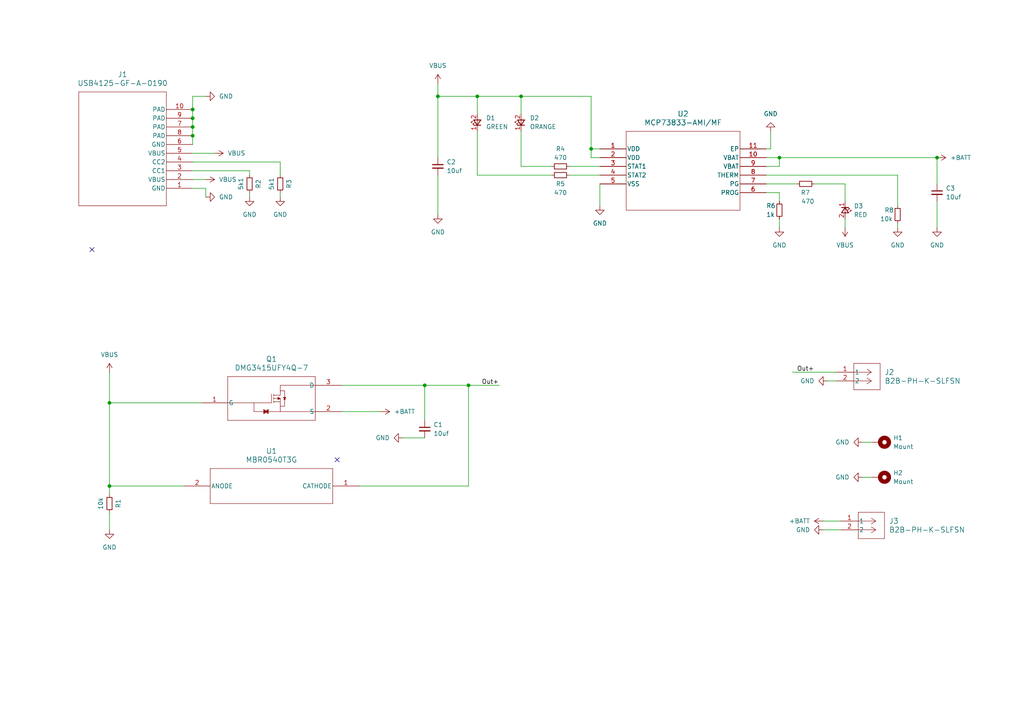
<source format=kicad_sch>
(kicad_sch (version 20230121) (generator eeschema)
  (paper "A4")
  (lib_symbols
    (symbol "AMU-Connectors:USB4125-GF-A-0190" (pin_names (offset 0.254))
      (property "Reference" "J" (at 20.32 10.16 0))
      (property "Value" "USB4125-GF-A-0190" (at 20.32 7.62 0))
      (symbol "USB4125-GF-A-0190_0_1"
        (polyline (pts (xy 7.62 -27.94) (xy 33.02 -27.94)) (stroke (width 0.127)))
        (polyline (pts (xy 7.62 5.08) (xy 7.62 -27.94)) (stroke (width 0.127)))
        (polyline (pts (xy 33.02 -27.94) (xy 33.02 5.08)) (stroke (width 0.127)))
        (polyline (pts (xy 33.02 5.08) (xy 7.62 5.08)) (stroke (width 0.127)))
      )
      (symbol "USB4125-GF-A-0190_1_1"
        (pin power_in line (at 0 0 0) (length 7.62) (name "GND") (number "1"))
        (pin power_in line (at 0 -22.86 0) (length 7.62) (name "PAD") (number "10"))
        (pin power_in line (at 0 -2.54 0) (length 7.62) (name "VBUS") (number "2"))
        (pin open_emitter line (at 0 -5.08 0) (length 7.62) (name "CC1") (number "3"))
        (pin open_emitter line (at 0 -7.62 0) (length 7.62) (name "CC2") (number "4"))
        (pin power_in line (at 0 -10.16 0) (length 7.62) (name "VBUS") (number "5"))
        (pin power_in line (at 0 -12.7 0) (length 7.62) (name "GND") (number "6"))
        (pin power_in line (at 0 -17.78 0) (length 7.62) (name "PAD") (number "7"))
        (pin power_in line (at 0 -15.24 0) (length 7.62) (name "PAD") (number "8"))
        (pin power_in line (at 0 -20.32 0) (length 7.62) (name "PAD") (number "9"))
      )
    )
    (symbol "AMU-Diodes:MBR0540T3G" (pin_names (offset 0.254))
      (property "Reference" "U" (at 25.4 10.16 0))
      (property "Value" "MBR0540T3G" (at 25.4 7.62 0))
      (symbol "MBR0540T3G_0_1"
        (polyline (pts (xy 7.62 -5.08) (xy 43.18 -5.08)) (stroke (width 0.127)))
        (polyline (pts (xy 7.62 5.08) (xy 7.62 -5.08)) (stroke (width 0.127)))
        (polyline (pts (xy 43.18 -5.08) (xy 43.18 5.08)) (stroke (width 0.127)))
        (polyline (pts (xy 43.18 5.08) (xy 7.62 5.08)) (stroke (width 0.127)))
        (pin unspecified line (at 0 0 0) (length 7.62) (name "CATHODE") (number "1"))
        (pin unspecified line (at 50.8 0 180) (length 7.62) (name "ANODE") (number "2"))
      )
    )
    (symbol "AMU-Other:DMG3415UFY4Q-7" (pin_names (offset 0.254))
      (property "Reference" "Q" (at 20.32 12.7 0))
      (property "Value" "DMG3415UFY4Q-7" (at 20.32 10.16 0))
      (symbol "DMG3415UFY4Q-7_0_1"
        (polyline (pts (xy 7.62 -5.08) (xy 33.02 -5.08)) (stroke (width 0.127)))
        (polyline (pts (xy 7.62 7.62) (xy 7.62 -5.08)) (stroke (width 0.127)))
        (polyline (pts (xy 15.24 -2.54) (xy 33.02 -2.54)) (stroke (width 0.127)))
        (polyline (pts (xy 15.24 0) (xy 15.24 -2.54)) (stroke (width 0.127)))
        (polyline (pts (xy 18.0975 -1.905) (xy 18.0975 -3.175)) (stroke (width 0.127)))
        (polyline (pts (xy 18.0975 -1.905) (xy 19.3675 -3.175)) (stroke (width 0.127)))
        (polyline (pts (xy 18.7325 -1.905) (xy 18.7325 -3.175)) (stroke (width 0.127)))
        (polyline (pts (xy 19.3675 -3.175) (xy 19.3675 -1.905)) (stroke (width 0.127)))
        (polyline (pts (xy 19.3675 -1.905) (xy 18.0975 -3.175)) (stroke (width 0.127)))
        (polyline (pts (xy 20.32 0) (xy 7.62 0)) (stroke (width 0.127)))
        (polyline (pts (xy 20.32 2.54) (xy 20.32 0)) (stroke (width 0.127)))
        (polyline (pts (xy 20.955 0.3175) (xy 22.86 0.3175)) (stroke (width 0.127)))
        (polyline (pts (xy 20.955 0.635) (xy 20.955 0)) (stroke (width 0.127)))
        (polyline (pts (xy 20.955 1.27) (xy 22.86 1.27)) (stroke (width 0.127)))
        (polyline (pts (xy 20.955 1.5875) (xy 20.955 0.9525)) (stroke (width 0.127)))
        (polyline (pts (xy 20.955 2.2225) (xy 22.86 2.2225)) (stroke (width 0.127)))
        (polyline (pts (xy 20.955 2.54) (xy 20.955 1.905)) (stroke (width 0.127)))
        (polyline (pts (xy 22.225 0.9525) (xy 22.86 1.27)) (stroke (width 0.127)))
        (polyline (pts (xy 22.225 1.5875) (xy 22.225 0.9525)) (stroke (width 0.127)))
        (polyline (pts (xy 22.86 -0.9525) (xy 24.13 -0.9525)) (stroke (width 0.127)))
        (polyline (pts (xy 22.86 1.27) (xy 22.225 1.5875)) (stroke (width 0.127)))
        (polyline (pts (xy 22.86 1.27) (xy 22.86 -2.54)) (stroke (width 0.127)))
        (polyline (pts (xy 22.86 3.4925) (xy 24.13 3.4925)) (stroke (width 0.127)))
        (polyline (pts (xy 22.86 5.08) (xy 22.86 2.2225)) (stroke (width 0.127)))
        (polyline (pts (xy 23.8125 0.9525) (xy 24.4475 0.9525)) (stroke (width 0.127)))
        (polyline (pts (xy 23.8125 1.5875) (xy 24.4475 1.5875)) (stroke (width 0.127)))
        (polyline (pts (xy 24.13 0.9525) (xy 23.8125 1.5875)) (stroke (width 0.127)))
        (polyline (pts (xy 24.13 3.4925) (xy 24.13 -0.9525)) (stroke (width 0.127)))
        (polyline (pts (xy 24.4475 1.5875) (xy 24.13 0.9525)) (stroke (width 0.127)))
        (polyline (pts (xy 33.02 -5.08) (xy 33.02 7.62)) (stroke (width 0.127)))
        (polyline (pts (xy 33.02 5.08) (xy 22.86 5.08)) (stroke (width 0.127)))
        (polyline (pts (xy 33.02 7.62) (xy 7.62 7.62)) (stroke (width 0.127)))
        (polyline (pts (xy 22.225 1.5875) (xy 22.225 0.9525) (xy 22.86 1.27)) (fill (type outline)))
        (polyline (pts (xy 23.8125 1.5875) (xy 24.4475 1.5875) (xy 24.13 0.9525)) (fill (type outline)))
        (polyline (pts (xy 18.0975 -1.905) (xy 18.0975 -3.175) (xy 19.3675 -1.905) (xy 19.3675 -3.175)) (fill (type outline)))
        (pin unspecified line (at 0 0 0) (length 7.62) (name "G") (number "1"))
        (pin unspecified line (at 40.64 -2.54 180) (length 7.62) (name "S") (number "2"))
        (pin unspecified line (at 40.64 5.08 180) (length 7.62) (name "D") (number "3"))
      )
    )
    (symbol "AMU-Other:MCP73833-AMI_MF" (pin_names (offset 0.254))
      (property "Reference" "U" (at 24.13 10.16 0))
      (property "Value" "MCP73833-AMI/MF" (at 24.13 7.62 0))
      (symbol "MCP73833-AMI_MF_0_1"
        (polyline (pts (xy 7.62 -17.78) (xy 40.64 -17.78)) (stroke (width 0.127)))
        (polyline (pts (xy 7.62 5.08) (xy 7.62 -17.78)) (stroke (width 0.127)))
        (polyline (pts (xy 40.64 -17.78) (xy 40.64 5.08)) (stroke (width 0.127)))
        (polyline (pts (xy 40.64 5.08) (xy 7.62 5.08)) (stroke (width 0.127)))
      )
      (symbol "MCP73833-AMI_MF_1_1"
        (pin power_in line (at 0 0 0) (length 7.62) (name "VDD") (number "1"))
        (pin power_out line (at 48.26 -2.54 180) (length 7.62) (name "VBAT") (number "10"))
        (pin unspecified line (at 48.26 0 180) (length 7.62) (name "EP") (number "11"))
        (pin power_in line (at 0 -2.54 0) (length 7.62) (name "VDD") (number "2"))
        (pin open_collector line (at 0 -5.08 0) (length 7.62) (name "STAT1") (number "3"))
        (pin open_collector line (at 0 -7.62 0) (length 7.62) (name "STAT2") (number "4"))
        (pin unspecified line (at 0 -10.16 0) (length 7.62) (name "VSS") (number "5"))
        (pin open_emitter line (at 48.26 -12.7 180) (length 7.62) (name "PROG") (number "6"))
        (pin open_emitter line (at 48.26 -10.16 180) (length 7.62) (name "PG") (number "7"))
        (pin input line (at 48.26 -7.62 180) (length 7.62) (name "THERM") (number "8"))
        (pin power_out line (at 48.26 -5.08 180) (length 7.62) (name "VBAT") (number "9"))
      )
    )
    (symbol "Device:C_Small" (pin_numbers hide) (pin_names (offset 0.254) hide)
      (property "Reference" "C" (at 0.254 1.778 0))
      (property "Value" "C_Small" (at 0.254 -2.032 0))
      (symbol "C_Small_0_1"
        (polyline (pts (xy -1.524 -0.508) (xy 1.524 -0.508)) (stroke (width 0.3302)))
        (polyline (pts (xy -1.524 0.508) (xy 1.524 0.508)) (stroke (width 0.3048)))
      )
      (symbol "C_Small_1_1"
        (pin passive line (at 0 2.54 270) (length 2.032) (name "~") (number "1"))
        (pin passive line (at 0 -2.54 90) (length 2.032) (name "~") (number "2"))
      )
    )
    (symbol "Device:LED_Small" (pin_names (offset 0.254) hide)
      (property "Reference" "D" (at -1.27 3.175 0))
      (property "Value" "LED_Small" (at -4.445 -2.54 0))
      (symbol "LED_Small_0_1"
        (polyline (pts (xy -0.762 -1.016) (xy -0.762 1.016)) (stroke (width 0.254)))
        (polyline (pts (xy 1.016 0) (xy -0.762 0)))
        (polyline (pts (xy 0.762 -1.016) (xy -0.762 0) (xy 0.762 1.016) (xy 0.762 -1.016)) (stroke (width 0.254)))
        (polyline (pts (xy 0 0.762) (xy -0.508 1.27) (xy -0.254 1.27) (xy -0.508 1.27) (xy -0.508 1.016)))
        (polyline (pts (xy 0.508 1.27) (xy 0 1.778) (xy 0.254 1.778) (xy 0 1.778) (xy 0 1.524)))
      )
      (symbol "LED_Small_1_1"
        (pin passive line (at -2.54 0 0) (length 1.778) (name "K") (number "1"))
        (pin passive line (at 2.54 0 180) (length 1.778) (name "A") (number "2"))
      )
    )
    (symbol "Device:R_Small" (pin_numbers hide) (pin_names (offset 0.254) hide)
      (property "Reference" "R" (at 0.762 0.508 0))
      (property "Value" "R_Small" (at 0.762 -1.016 0))
      (symbol "R_Small_0_1"
        (rectangle (start -0.762 1.778) (end 0.762 -1.778) (stroke (width 0.2032)))
      )
      (symbol "R_Small_1_1"
        (pin passive line (at 0 2.54 270) (length 0.762) (name "~") (number "1"))
        (pin passive line (at 0 -2.54 90) (length 0.762) (name "~") (number "2"))
      )
    )
    (symbol "JST-PH2-2:B2B-PH-K-SLFSN" (pin_names (offset 0.254))
      (property "Reference" "J" (at 8.89 6.35 0))
      (property "Value" "B2B-PH-K-SLFSN" (at 0 0 0))
      (symbol "B2B-PH-K-SLFSN_1_1"
        (polyline (pts (xy 5.08 -5.08) (xy 12.7 -5.08)) (stroke (width 0.127)))
        (polyline (pts (xy 5.08 2.54) (xy 5.08 -5.08)) (stroke (width 0.127)))
        (polyline (pts (xy 10.16 -2.54) (xy 5.08 -2.54)) (stroke (width 0.127)))
        (polyline (pts (xy 10.16 -2.54) (xy 8.89 -3.3867)) (stroke (width 0.127)))
        (polyline (pts (xy 10.16 -2.54) (xy 8.89 -1.6933)) (stroke (width 0.127)))
        (polyline (pts (xy 10.16 0) (xy 5.08 0)) (stroke (width 0.127)))
        (polyline (pts (xy 10.16 0) (xy 8.89 -0.8467)) (stroke (width 0.127)))
        (polyline (pts (xy 10.16 0) (xy 8.89 0.8467)) (stroke (width 0.127)))
        (polyline (pts (xy 12.7 -5.08) (xy 12.7 2.54)) (stroke (width 0.127)))
        (polyline (pts (xy 12.7 2.54) (xy 5.08 2.54)) (stroke (width 0.127)))
        (pin unspecified line (at 0 0 0) (length 5.08) (name "1") (number "1"))
        (pin unspecified line (at 0 -2.54 0) (length 5.08) (name "2") (number "2"))
      )
      (symbol "B2B-PH-K-SLFSN_1_2"
        (polyline (pts (xy 5.08 -5.08) (xy 12.7 -5.08)) (stroke (width 0.127)))
        (polyline (pts (xy 5.08 2.54) (xy 5.08 -5.08)) (stroke (width 0.127)))
        (polyline (pts (xy 7.62 -2.54) (xy 5.08 -2.54)) (stroke (width 0.127)))
        (polyline (pts (xy 7.62 -2.54) (xy 8.89 -3.3867)) (stroke (width 0.127)))
        (polyline (pts (xy 7.62 -2.54) (xy 8.89 -1.6933)) (stroke (width 0.127)))
        (polyline (pts (xy 7.62 0) (xy 5.08 0)) (stroke (width 0.127)))
        (polyline (pts (xy 7.62 0) (xy 8.89 -0.8467)) (stroke (width 0.127)))
        (polyline (pts (xy 7.62 0) (xy 8.89 0.8467)) (stroke (width 0.127)))
        (polyline (pts (xy 12.7 -5.08) (xy 12.7 2.54)) (stroke (width 0.127)))
        (polyline (pts (xy 12.7 2.54) (xy 5.08 2.54)) (stroke (width 0.127)))
        (pin unspecified line (at 0 0 0) (length 5.08) (name "1") (number "1"))
        (pin unspecified line (at 0 -2.54 0) (length 5.08) (name "2") (number "2"))
      )
    )
    (symbol "Mechanical:MountingHole_Pad" (pin_numbers hide) (pin_names (offset 1.016) hide)
      (property "Reference" "H" (at 0 6.35 0))
      (property "Value" "MountingHole_Pad" (at 0 4.445 0))
      (symbol "MountingHole_Pad_0_1"
        (circle (center 0 1.27) (radius 1.27) (stroke (width 1.27)))
      )
      (symbol "MountingHole_Pad_1_1"
        (pin input line (at 0 -2.54 90) (length 2.54) (name "1") (number "1"))
      )
    )
    (symbol "power:+BATT" (power) (pin_names (offset 0))
      (property "Value" "+BATT" (at 0 3.556 0))
      (symbol "+BATT_0_1"
        (polyline (pts (xy -0.762 1.27) (xy 0 2.54)))
        (polyline (pts (xy 0 0) (xy 0 2.54)))
        (polyline (pts (xy 0 2.54) (xy 0.762 1.27)))
      )
      (symbol "+BATT_1_1"
        (pin power_in line (at 0 0 90) (length 0) hide (name "+BATT") (number "1"))
      )
    )
    (symbol "power:GND" (power) (pin_names (offset 0))
      (property "Value" "GND" (at 0 -3.81 0))
      (symbol "GND_0_1"
        (polyline (pts (xy 0 0) (xy 0 -1.27) (xy 1.27 -1.27) (xy 0 -2.54) (xy -1.27 -1.27) (xy 0 -1.27)))
      )
      (symbol "GND_1_1"
        (pin power_in line (at 0 0 270) (length 0) hide (name "GND") (number "1"))
      )
    )
    (symbol "power:VBUS" (power) (pin_names (offset 0))
      (property "Value" "VBUS" (at 0 3.81 0))
      (symbol "VBUS_0_1"
        (polyline (pts (xy -0.762 1.27) (xy 0 2.54)))
        (polyline (pts (xy 0 0) (xy 0 2.54)))
        (polyline (pts (xy 0 2.54) (xy 0.762 1.27)))
      )
      (symbol "VBUS_1_1"
        (pin power_in line (at 0 0 90) (length 0) hide (name "VBUS") (number "1"))
      )
    )
  )
  (junction (at 271.78 45.72))
  (junction (at 31.75 116.84))
  (junction (at 123.19 111.76))
  (junction (at 226.06 45.72))
  (junction (at 55.88 36.83))
  (junction (at 127 27.94))
  (junction (at 31.75 140.97))
  (junction (at 171.45 43.18))
  (junction (at 135.89 111.76))
  (junction (at 55.88 34.29))
  (junction (at 55.88 31.75))
  (junction (at 151.13 27.94))
  (junction (at 138.43 27.94))
  (junction (at 55.88 39.37))
  (no_connect (at 97.79 133.35))
  (no_connect (at 26.67 72.39))
  (wire (pts (xy 127 24.13) (xy 127 27.94)))
  (wire (pts (xy 226.06 55.88) (xy 226.06 58.42)))
  (wire (pts (xy 138.43 38.1) (xy 138.43 50.8)))
  (wire (pts (xy 238.76 153.67) (xy 243.84 153.67)))
  (wire (pts (xy 55.88 44.45) (xy 62.23 44.45)))
  (wire (pts (xy 55.88 34.29) (xy 55.88 31.75)))
  (wire (pts (xy 127 27.94) (xy 127 45.72)))
  (wire (pts (xy 138.43 27.94) (xy 127 27.94)))
  (wire (pts (xy 138.43 50.8) (xy 160.02 50.8)))
  (wire (pts (xy 31.75 140.97) (xy 31.75 143.51)))
  (wire (pts (xy 55.88 41.91) (xy 55.88 39.37)))
  (wire (pts (xy 171.45 27.94) (xy 151.13 27.94)))
  (wire (pts (xy 271.78 45.72) (xy 271.78 53.34)))
  (wire (pts (xy 250.19 138.43) (xy 252.73 138.43)))
  (wire (pts (xy 55.88 36.83) (xy 55.88 34.29)))
  (wire (pts (xy 222.25 53.34) (xy 231.14 53.34)))
  (wire (pts (xy 260.35 50.8) (xy 260.35 59.69)))
  (wire (pts (xy 72.39 49.53) (xy 72.39 50.8)))
  (wire (pts (xy 222.25 43.18) (xy 223.52 43.18)))
  (wire (pts (xy 81.28 55.88) (xy 81.28 57.15)))
  (wire (pts (xy 229.87 107.95) (xy 242.57 107.95)))
  (wire (pts (xy 31.75 116.84) (xy 58.42 116.84)))
  (wire (pts (xy 173.99 53.34) (xy 173.99 59.69)))
  (wire (pts (xy 236.22 53.34) (xy 245.11 53.34)))
  (wire (pts (xy 222.25 55.88) (xy 226.06 55.88)))
  (wire (pts (xy 31.75 140.97) (xy 53.34 140.97)))
  (wire (pts (xy 226.06 45.72) (xy 271.78 45.72)))
  (wire (pts (xy 31.75 116.84) (xy 31.75 140.97)))
  (wire (pts (xy 81.28 46.99) (xy 55.88 46.99)))
  (wire (pts (xy 55.88 52.07) (xy 59.69 52.07)))
  (wire (pts (xy 72.39 55.88) (xy 72.39 57.15)))
  (wire (pts (xy 160.02 48.26) (xy 151.13 48.26)))
  (wire (pts (xy 55.88 31.75) (xy 55.88 27.94)))
  (wire (pts (xy 127 50.8) (xy 127 62.23)))
  (wire (pts (xy 99.06 111.76) (xy 123.19 111.76)))
  (wire (pts (xy 31.75 148.59) (xy 31.75 153.67)))
  (wire (pts (xy 104.14 140.97) (xy 135.89 140.97)))
  (wire (pts (xy 151.13 27.94) (xy 138.43 27.94)))
  (wire (pts (xy 165.1 50.8) (xy 173.99 50.8)))
  (wire (pts (xy 245.11 63.5) (xy 245.11 66.04)))
  (wire (pts (xy 173.99 45.72) (xy 171.45 45.72)))
  (wire (pts (xy 238.76 151.13) (xy 243.84 151.13)))
  (wire (pts (xy 123.19 111.76) (xy 123.19 121.92)))
  (wire (pts (xy 151.13 27.94) (xy 151.13 33.02)))
  (wire (pts (xy 55.88 54.61) (xy 59.69 54.61)))
  (wire (pts (xy 222.25 50.8) (xy 260.35 50.8)))
  (wire (pts (xy 59.69 54.61) (xy 59.69 57.15)))
  (wire (pts (xy 55.88 27.94) (xy 59.69 27.94)))
  (wire (pts (xy 171.45 45.72) (xy 171.45 43.18)))
  (wire (pts (xy 171.45 43.18) (xy 173.99 43.18)))
  (wire (pts (xy 123.19 111.76) (xy 135.89 111.76)))
  (wire (pts (xy 222.25 48.26) (xy 226.06 48.26)))
  (wire (pts (xy 260.35 64.77) (xy 260.35 66.04)))
  (wire (pts (xy 55.88 39.37) (xy 55.88 36.83)))
  (wire (pts (xy 81.28 50.8) (xy 81.28 46.99)))
  (wire (pts (xy 226.06 63.5) (xy 226.06 66.04)))
  (wire (pts (xy 245.11 53.34) (xy 245.11 58.42)))
  (wire (pts (xy 138.43 27.94) (xy 138.43 33.02)))
  (wire (pts (xy 222.25 45.72) (xy 226.06 45.72)))
  (wire (pts (xy 116.84 127) (xy 123.19 127)))
  (wire (pts (xy 165.1 48.26) (xy 173.99 48.26)))
  (wire (pts (xy 55.88 49.53) (xy 72.39 49.53)))
  (wire (pts (xy 171.45 43.18) (xy 171.45 27.94)))
  (wire (pts (xy 151.13 38.1) (xy 151.13 48.26)))
  (wire (pts (xy 31.75 107.95) (xy 31.75 116.84)))
  (wire (pts (xy 135.89 111.76) (xy 144.78 111.76)))
  (wire (pts (xy 240.03 110.49) (xy 242.57 110.49)))
  (wire (pts (xy 99.06 119.38) (xy 110.49 119.38)))
  (wire (pts (xy 271.78 58.42) (xy 271.78 66.04)))
  (wire (pts (xy 223.52 43.18) (xy 223.52 38.1)))
  (wire (pts (xy 135.89 140.97) (xy 135.89 111.76)))
  (wire (pts (xy 226.06 48.26) (xy 226.06 45.72)))
  (wire (pts (xy 250.19 128.27) (xy 252.73 128.27)))
  (label "Out+" (at 231.14 107.95 0))
  (label "Out+" (at 139.7 111.76 0))
  (symbol (lib_id "Device:R_Small") (at 162.56 48.26 270) (unit 1)
    (property "Reference" "R4" (at 162.56 43.18 90))
    (property "Value" "470" (at 162.56 45.72 90))
    (property "Footprint" "AMU-Resistors:ERJ3G_PAN" (effects hide))
  )
  (symbol (lib_id "Device:LED_Small") (at 245.11 60.96 270) (unit 1)
    (property "Reference" "D3" (at 247.65 59.7535 90) (effects (justify left)))
    (property "Value" "RED" (at 247.65 62.2935 90) (effects (justify left)))
    (property "Footprint" "AMU-Diodes:Multicomp_SMD_LED_0603" (effects hide))
  )
  (symbol (lib_id "Device:R_Small") (at 233.68 53.34 90) (unit 1)
    (property "Reference" "R7" (at 234.95 55.88 90) (effects (justify left)))
    (property "Value" "470" (at 236.22 58.42 90) (effects (justify left)))
    (property "Footprint" "AMU-Resistors:ERJ3G_PAN" (effects hide))
  )
  (symbol (lib_id "power:GND") (at 240.03 110.49 270) (unit 1)
    (property "Reference" "#PWR018" (effects hide))
    (property "Value" "GND" (at 236.22 110.49 90) (effects (justify right)))
  )
  (symbol (lib_id "power:VBUS") (at 127 24.13 0) (unit 1)
    (property "Reference" "#PWR011" (effects hide))
    (property "Value" "VBUS" (at 127 19.05 0))
  )
  (symbol (lib_id "power:VBUS") (at 59.69 52.07 270) (unit 1)
    (property "Reference" "#PWR04" (effects hide))
    (property "Value" "VBUS" (at 63.5 52.07 90) (effects (justify left)))
  )
  (symbol (lib_id "power:GND") (at 260.35 66.04 0) (unit 1)
    (property "Reference" "#PWR022" (effects hide))
    (property "Value" "GND" (at 260.35 71.12 0))
  )
  (symbol (lib_id "Device:R_Small") (at 72.39 53.34 0) (unit 1)
    (property "Reference" "R2" (at 74.93 53.34 90))
    (property "Value" "5k1" (at 69.85 53.34 90))
    (property "Footprint" "AMU-Resistors:ERJ6G_PAN" (effects hide))
  )
  (symbol (lib_id "AMU-Other:DMG3415UFY4Q-7") (at 58.42 116.84 0) (unit 1)
    (property "Reference" "Q1" (at 78.74 104.14 0) (effects (font (size 1.524 1.524))))
    (property "Value" "DMG3415UFY4Q-7" (at 78.74 106.68 0) (effects (font (size 1.524 1.524))))
    (property "Footprint" "AMU-Other:TRANS_DMG3415UFY4Q-7_DIO" (effects hide))
    (property "Datasheet" "DMG3415UFY4Q-7" (effects hide))
  )
  (symbol (lib_id "Device:LED_Small") (at 151.13 35.56 90) (unit 1)
    (property "Reference" "D2" (at 153.67 34.2265 90) (effects (justify right)))
    (property "Value" "ORANGE" (at 153.67 36.7665 90) (effects (justify right)))
    (property "Footprint" "AMU-Diodes:Multicomp_SMD_LED_0603" (effects hide))
  )
  (symbol (lib_id "Device:C_Small") (at 123.19 124.46 0) (unit 1)
    (property "Reference" "C1" (at 125.73 123.1963 0) (effects (justify left)))
    (property "Value" "10uf" (at 125.73 125.7363 0) (effects (justify left)))
    (property "Footprint" "AMU-Capacitors:C0805" (effects hide))
  )
  (symbol (lib_id "power:VBUS") (at 62.23 44.45 270) (unit 1)
    (property "Reference" "#PWR06" (effects hide))
    (property "Value" "VBUS" (at 66.04 44.45 90) (effects (justify left)))
  )
  (symbol (lib_id "power:GND") (at 59.69 27.94 90) (unit 1)
    (property "Reference" "#PWR03" (effects hide))
    (property "Value" "GND" (at 63.5 27.94 90) (effects (justify right)))
  )
  (symbol (lib_id "Device:R_Small") (at 81.28 53.34 0) (unit 1)
    (property "Reference" "R3" (at 83.82 53.34 90))
    (property "Value" "5k1" (at 78.74 53.34 90))
    (property "Footprint" "AMU-Resistors:ERJ6G_PAN" (effects hide))
  )
  (symbol (lib_id "power:GND") (at 31.75 153.67 0) (unit 1)
    (property "Reference" "#PWR02" (effects hide))
    (property "Value" "GND" (at 31.75 158.75 0))
  )
  (symbol (lib_id "power:+BATT") (at 271.78 45.72 270) (unit 1)
    (property "Reference" "#PWR023" (effects hide))
    (property "Value" "+BATT" (at 275.59 45.72 90) (effects (justify left)))
  )
  (symbol (lib_id "power:GND") (at 250.19 128.27 270) (unit 1)
    (property "Reference" "#PWR020" (effects hide))
    (property "Value" "GND" (at 246.38 128.27 90) (effects (justify right)))
  )
  (symbol (lib_id "power:GND") (at 116.84 127 270) (unit 1)
    (property "Reference" "#PWR010" (effects hide))
    (property "Value" "GND" (at 113.03 127 90) (effects (justify right)))
  )
  (symbol (lib_id "AMU-Connectors:USB4125-GF-A-0190") (at 55.88 54.61 180) (unit 1)
    (property "Reference" "J1" (at 35.56 21.59 0) (effects (font (size 1.524 1.524))))
    (property "Value" "USB4125-GF-A-0190" (at 35.56 24.13 0) (effects (font (size 1.524 1.524))))
    (property "Footprint" "AMU-Connectors:CONN6_125-GF-A-0190_GCT" (effects hide))
    (property "Datasheet" "USB4125-GF-A-0190" (effects hide))
  )
  (symbol (lib_id "power:GND") (at 226.06 66.04 0) (unit 1)
    (property "Reference" "#PWR015" (effects hide))
    (property "Value" "GND" (at 226.06 71.12 0))
  )
  (symbol (lib_id "power:GND") (at 250.19 138.43 270) (unit 1)
    (property "Reference" "#PWR021" (effects hide))
    (property "Value" "GND" (at 246.38 138.43 90) (effects (justify right)))
  )
  (symbol (lib_id "AMU-Diodes:MBR0540T3G") (at 104.14 140.97 180) (unit 1)
    (property "Reference" "U1" (at 78.74 130.81 0) (effects (font (size 1.524 1.524))))
    (property "Value" "MBR0540T3G" (at 78.74 133.35 0) (effects (font (size 1.524 1.524))))
    (property "Footprint" "AMU-Diodes:SOD-123_ONS" (effects hide))
    (property "Datasheet" "MBR0540T3G" (effects hide))
  )
  (symbol (lib_id "JST-PH2-2:B2B-PH-K-SLFSN") (at 242.57 107.95 0) (unit 1)
    (property "Reference" "J2" (at 256.54 107.95 0) (effects (font (size 1.524 1.524)) (justify left)))
    (property "Value" "B2B-PH-K-SLFSN" (at 256.54 110.49 0) (effects (font (size 1.524 1.524)) (justify left)))
    (property "Footprint" "JST-PH2-2:CONN_B2B-PH-K-SLFSN_JST" (effects hide))
    (property "Datasheet" "B2B-PH-K-SLFSN" (effects hide))
  )
  (symbol (lib_id "power:GND") (at 173.99 59.69 0) (unit 1)
    (property "Reference" "#PWR013" (effects hide))
    (property "Value" "GND" (at 173.99 64.77 0))
  )
  (symbol (lib_id "AMU-Other:MCP73833-AMI_MF") (at 173.99 43.18 0) (unit 1)
    (property "Reference" "U2" (at 198.12 33.02 0) (effects (font (size 1.524 1.524))))
    (property "Value" "MCP73833-AMI/MF" (at 198.12 35.56 0) (effects (font (size 1.524 1.524))))
    (property "Footprint" "AMU-Other:DFN10_3x3MC_MCH" (effects hide))
    (property "Datasheet" "MCP73833-AMI/MF" (effects hide))
  )
  (symbol (lib_id "power:GND") (at 238.76 153.67 270) (unit 1)
    (property "Reference" "#PWR017" (effects hide))
    (property "Value" "GND" (at 234.95 153.67 90) (effects (justify right)))
  )
  (symbol (lib_id "power:VBUS") (at 245.11 66.04 180) (unit 1)
    (property "Reference" "#PWR019" (effects hide))
    (property "Value" "VBUS" (at 245.11 71.12 0))
  )
  (symbol (lib_id "Device:R_Small") (at 260.35 62.23 0) (unit 1)
    (property "Reference" "R8" (at 256.54 60.96 0) (effects (justify left)))
    (property "Value" "10k" (at 255.27 63.5 0) (effects (justify left)))
    (property "Footprint" "AMU-Resistors:ERJ3G_PAN" (effects hide))
  )
  (symbol (lib_id "power:GND") (at 271.78 66.04 0) (unit 1)
    (property "Reference" "#PWR024" (effects hide))
    (property "Value" "GND" (at 271.78 71.12 0))
  )
  (symbol (lib_id "Device:C_Small") (at 271.78 55.88 0) (unit 1)
    (property "Reference" "C3" (at 274.32 54.6163 0) (effects (justify left)))
    (property "Value" "10uf" (at 274.32 57.1563 0) (effects (justify left)))
    (property "Footprint" "AMU-Capacitors:C0805" (effects hide))
  )
  (symbol (lib_id "Device:R_Small") (at 31.75 146.05 0) (unit 1)
    (property "Reference" "R1" (at 34.29 146.05 90))
    (property "Value" "10k" (at 29.21 146.05 90))
    (property "Footprint" "AMU-Resistors:ERJ3G_PAN" (effects hide))
  )
  (symbol (lib_id "power:GND") (at 72.39 57.15 0) (unit 1)
    (property "Reference" "#PWR07" (effects hide))
    (property "Value" "GND" (at 72.39 62.23 0))
  )
  (symbol (lib_id "Device:C_Small") (at 127 48.26 0) (unit 1)
    (property "Reference" "C2" (at 129.54 46.9963 0) (effects (justify left)))
    (property "Value" "10uf" (at 129.54 49.5363 0) (effects (justify left)))
    (property "Footprint" "AMU-Capacitors:C0805" (effects hide))
  )
  (symbol (lib_id "JST-PH2-2:B2B-PH-K-SLFSN") (at 243.84 151.13 0) (unit 1)
    (property "Reference" "J3" (at 257.81 151.13 0) (effects (font (size 1.524 1.524)) (justify left)))
    (property "Value" "B2B-PH-K-SLFSN" (at 257.81 153.67 0) (effects (font (size 1.524 1.524)) (justify left)))
    (property "Footprint" "JST-PH2-2:CONN_B2B-PH-K-SLFSN_JST" (effects hide))
    (property "Datasheet" "B2B-PH-K-SLFSN" (effects hide))
  )
  (symbol (lib_id "power:GND") (at 223.52 38.1 180) (unit 1)
    (property "Reference" "#PWR014" (effects hide))
    (property "Value" "GND" (at 223.52 33.02 0))
  )
  (symbol (lib_id "power:GND") (at 81.28 57.15 0) (unit 1)
    (property "Reference" "#PWR08" (effects hide))
    (property "Value" "GND" (at 81.28 62.23 0))
  )
  (symbol (lib_id "Mechanical:MountingHole_Pad") (at 255.27 138.43 270) (unit 1)
    (property "Reference" "H2" (at 259.08 137.16 90) (effects (justify left)))
    (property "Value" "Mount" (at 259.08 139.7 90) (effects (justify left)))
    (property "Footprint" "MountingHole:MountingHole_2.2mm_M2" (effects hide))
  )
  (symbol (lib_id "power:+BATT") (at 110.49 119.38 270) (unit 1)
    (property "Reference" "#PWR09" (effects hide))
    (property "Value" "+BATT" (at 114.3 119.38 90) (effects (justify left)))
  )
  (symbol (lib_id "power:GND") (at 59.69 57.15 90) (unit 1)
    (property "Reference" "#PWR05" (effects hide))
    (property "Value" "GND" (at 63.5 57.15 90) (effects (justify right)))
  )
  (symbol (lib_id "Device:R_Small") (at 162.56 50.8 270) (unit 1)
    (property "Reference" "R5" (at 162.56 53.34 90))
    (property "Value" "470" (at 162.56 55.88 90))
    (property "Footprint" "AMU-Resistors:ERJ3G_PAN" (effects hide))
  )
  (symbol (lib_id "power:GND") (at 127 62.23 0) (unit 1)
    (property "Reference" "#PWR012" (effects hide))
    (property "Value" "GND" (at 127 67.31 0))
  )
  (symbol (lib_id "power:+BATT") (at 238.76 151.13 90) (unit 1)
    (property "Reference" "#PWR016" (effects hide))
    (property "Value" "+BATT" (at 234.95 151.13 90) (effects (justify left)))
  )
  (symbol (lib_id "Device:LED_Small") (at 138.43 35.56 90) (unit 1)
    (property "Reference" "D1" (at 140.97 34.2265 90) (effects (justify right)))
    (property "Value" "GREEN" (at 140.97 36.7665 90) (effects (justify right)))
    (property "Footprint" "AMU-Diodes:Multicomp_SMD_LED_0603" (effects hide))
  )
  (symbol (lib_id "Mechanical:MountingHole_Pad") (at 255.27 128.27 270) (unit 1)
    (property "Reference" "H1" (at 259.08 127 90) (effects (justify left)))
    (property "Value" "Mount" (at 259.08 129.54 90) (effects (justify left)))
    (property "Footprint" "MountingHole:MountingHole_2.2mm_M2" (effects hide))
  )
  (symbol (lib_id "power:VBUS") (at 31.75 107.95 0) (unit 1)
    (property "Reference" "#PWR01" (effects hide))
    (property "Value" "VBUS" (at 31.75 102.87 0))
  )
  (symbol (lib_id "Device:R_Small") (at 226.06 60.96 0) (unit 1)
    (property "Reference" "R6" (at 222.25 59.69 0) (effects (justify left)))
    (property "Value" "1k" (at 222.25 62.23 0) (effects (justify left)))
    (property "Footprint" "AMU-Resistors:ERJUP3_PAN" (effects hide))
  )
)
</source>
